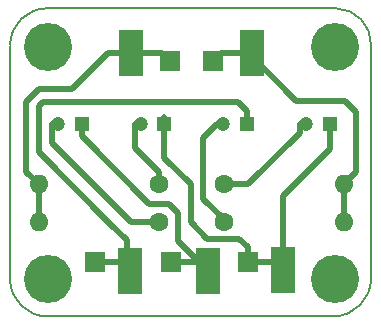
<source format=gtl>
G04 #@! TF.FileFunction,Copper,L1,Top,Signal*
%FSLAX46Y46*%
G04 Gerber Fmt 4.6, Leading zero omitted, Abs format (unit mm)*
G04 Created by KiCad (PCBNEW 4.0.7) date 10/31/19 18:54:42*
%MOMM*%
%LPD*%
G01*
G04 APERTURE LIST*
%ADD10C,0.100000*%
%ADD11C,0.150000*%
%ADD12R,1.700000X1.700000*%
%ADD13C,1.600000*%
%ADD14O,1.600000X1.600000*%
%ADD15R,2.000000X4.000000*%
%ADD16C,4.064000*%
%ADD17R,1.200000X1.200000*%
%ADD18C,1.200000*%
%ADD19C,0.500000*%
G04 APERTURE END LIST*
D10*
D11*
X157612000Y-82707000D02*
X182095000Y-82707000D01*
X157620000Y-108776000D02*
X181851000Y-108776000D01*
X154467000Y-105770000D02*
X154467000Y-85863000D01*
X185023000Y-85794000D02*
X185023000Y-105636000D01*
X154472000Y-105697000D02*
G75*
G03X157685000Y-108794000I3155000J58000D01*
G01*
X181849000Y-108789000D02*
G75*
G03X185035000Y-105603000I0J3186000D01*
G01*
X157628000Y-82710000D02*
G75*
G03X154479000Y-85819000I-20000J-3129000D01*
G01*
X185037000Y-85803000D02*
G75*
G03X182065000Y-82709000I-3033000J61000D01*
G01*
D12*
X161658000Y-104204000D03*
X168128000Y-104150000D03*
X174589000Y-104201000D03*
X171631000Y-87193000D03*
X168025000Y-87194000D03*
D13*
X172557000Y-100787000D03*
D14*
X182717000Y-100787000D03*
D13*
X172558000Y-97622000D03*
D14*
X182718000Y-97622000D03*
D13*
X167061000Y-100782000D03*
D14*
X156901000Y-100782000D03*
D13*
X167061000Y-97582000D03*
D14*
X156901000Y-97582000D03*
D15*
X164695000Y-86479000D03*
X174960000Y-86474000D03*
X164612000Y-104912000D03*
X171237000Y-104912000D03*
X177576000Y-104893000D03*
D16*
X157724000Y-85989000D03*
X181954000Y-85965000D03*
X157658000Y-105644000D03*
X181945000Y-105641000D03*
D17*
X174531000Y-92481000D03*
D18*
X172531000Y-92481000D03*
D17*
X181547000Y-92469000D03*
D18*
X179547000Y-92469000D03*
D17*
X160533000Y-92481000D03*
D18*
X158533000Y-92481000D03*
D17*
X167531000Y-92479000D03*
D18*
X165531000Y-92479000D03*
D19*
X164359000Y-104930000D02*
X164359000Y-102360000D01*
X164359000Y-102360000D02*
X162962000Y-100963000D01*
X161067000Y-104201000D02*
X163630000Y-104201000D01*
X162962000Y-100963000D02*
X156888000Y-94889000D01*
X156888000Y-94889000D02*
X156888000Y-91023000D01*
X156888000Y-91023000D02*
X157274000Y-90637000D01*
X157274000Y-90637000D02*
X173759000Y-90637000D01*
X173759000Y-90637000D02*
X174531000Y-91409000D01*
X174531000Y-91409000D02*
X174531000Y-92481000D01*
X174512000Y-92481000D02*
X174531000Y-92481000D01*
X174531000Y-92481000D02*
X174531000Y-92416000D01*
X172563000Y-100828000D02*
X172563000Y-100589000D01*
X172563000Y-100589000D02*
X170797000Y-98823000D01*
X170797000Y-98823000D02*
X170797000Y-93715000D01*
X170797000Y-93715000D02*
X172031000Y-92481000D01*
X179047000Y-92469000D02*
X179047000Y-93228000D01*
X179047000Y-93228000D02*
X174653000Y-97622000D01*
X174653000Y-97622000D02*
X172558000Y-97622000D01*
X168730000Y-102128000D02*
X168730000Y-102405000D01*
X168730000Y-102405000D02*
X171237000Y-104912000D01*
X160533000Y-92481000D02*
X160533000Y-93505000D01*
X160533000Y-93505000D02*
X166271000Y-99243000D01*
X166271000Y-99243000D02*
X167920000Y-99243000D01*
X167920000Y-99243000D02*
X168730000Y-100053000D01*
X168730000Y-100053000D02*
X168730000Y-102128000D01*
X167694000Y-104205000D02*
X170263000Y-104205000D01*
X170263000Y-104205000D02*
X170991000Y-104933000D01*
X158033000Y-92481000D02*
X158033000Y-94127000D01*
X164688000Y-100782000D02*
X167061000Y-100782000D01*
X158033000Y-94127000D02*
X164688000Y-100782000D01*
X167061000Y-97582000D02*
X167061000Y-96591000D01*
X165031000Y-94561000D02*
X165031000Y-92479000D01*
X167061000Y-96591000D02*
X165031000Y-94561000D01*
X174960000Y-86474000D02*
X174960000Y-86782000D01*
X174960000Y-86782000D02*
X178704000Y-90526000D01*
X183789000Y-96551000D02*
X182718000Y-97622000D01*
X183789000Y-91475000D02*
X183789000Y-96551000D01*
X182840000Y-90526000D02*
X183789000Y-91475000D01*
X178704000Y-90526000D02*
X182840000Y-90526000D01*
X174960000Y-86474000D02*
X172350000Y-86474000D01*
X172350000Y-86474000D02*
X171631000Y-87193000D01*
X182723000Y-100828000D02*
X182723000Y-97627000D01*
X182723000Y-97627000D02*
X182718000Y-97622000D01*
X174960000Y-86474000D02*
X174960000Y-86837000D01*
X183119000Y-97221000D02*
X182718000Y-97622000D01*
X164695000Y-86479000D02*
X162802000Y-86479000D01*
X155849000Y-96530000D02*
X156901000Y-97582000D01*
X155849000Y-90637000D02*
X155849000Y-96530000D01*
X156966000Y-89520000D02*
X155849000Y-90637000D01*
X159761000Y-89520000D02*
X156966000Y-89520000D01*
X162802000Y-86479000D02*
X159761000Y-89520000D01*
X164695000Y-86479000D02*
X167310000Y-86479000D01*
X167310000Y-86479000D02*
X168025000Y-87194000D01*
X156901000Y-100782000D02*
X156901000Y-97582000D01*
X181547000Y-94640000D02*
X181547000Y-94642000D01*
X181547000Y-92469000D02*
X181547000Y-94640000D01*
X177576000Y-98613000D02*
X177576000Y-104893000D01*
X181547000Y-94642000D02*
X177576000Y-98613000D01*
X167531000Y-92479000D02*
X167531000Y-95370000D01*
X174589000Y-102923000D02*
X174589000Y-104201000D01*
X173888000Y-102222000D02*
X174589000Y-102923000D01*
X171183000Y-102222000D02*
X173888000Y-102222000D01*
X169774000Y-100813000D02*
X171183000Y-102222000D01*
X169774000Y-97613000D02*
X169774000Y-100813000D01*
X167531000Y-95370000D02*
X169774000Y-97613000D01*
X174589000Y-104201000D02*
X177170000Y-104201000D01*
X177170000Y-104201000D02*
X177881000Y-104912000D01*
X167531000Y-92479000D02*
X167531000Y-91948000D01*
X167531000Y-92479000D02*
X167531000Y-92311000D01*
M02*

</source>
